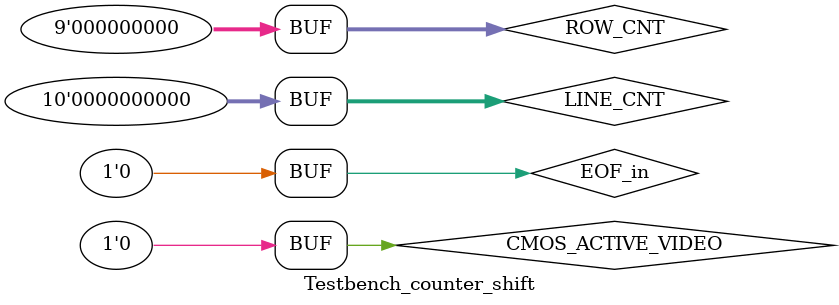
<source format=v>
`timescale 1ns / 1ps


module Testbench_counter_shift();
    reg         EOF_in;
    reg [9:0] LINE_CNT;
    reg [8:0] ROW_CNT;
    reg         CMOS_ACTIVE_VIDEO;
  
    wire        EOF_1;
    wire    [9:0] LINE_CNT_2;
    wire    [8:0] ROW_CNT_2;
    wire    [9:0] LINE_CNT_3;
    wire    [8:0] ROW_CNT_3;
    wire        EOF_4;
    wire        EOL_4;
    wire    [9:0] LINE_CNT_4;
    wire    [18:0] PIXEL_CNT_4;


    Counter_Shift Counter_Shift(
        .EOF_in(EOF_in),
        .clk(CMOS_ACTIVE_VIDEO),
        .line_counter_in(LINE_CNT),
        .row_counter_in(ROW_CNT),
        .EOF_1(EOF_1),
        .EOF_4(EOF_4),
        .EOL_4(EOL_4),
        .line_counter_2(LINE_CNT_2),
        .line_counter_3(LINE_CNT_3),
        .line_counter_4(LINE_CNT_4),
        .pixel_counter_4(PIXEL_CNT_4),
        .row_counter_2(ROW_CNT_2),
        .row_counter_3(ROW_CNT_3)
    );
    
    initial
    begin
        EOF_in = 0;
        LINE_CNT = 10'b0000000000;
        ROW_CNT = 9'b000000000;
        CMOS_ACTIVE_VIDEO = 0;
    end
    
    

endmodule

</source>
